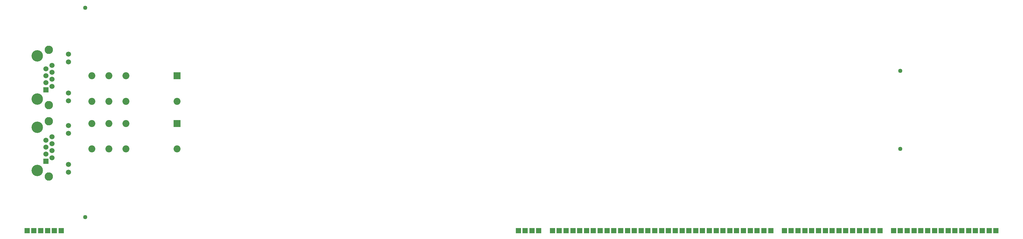
<source format=gbs>
G04*
G04 #@! TF.GenerationSoftware,Altium Limited,Altium Designer,18.1.7 (191)*
G04*
G04 Layer_Color=16711935*
%FSLAX44Y44*%
%MOMM*%
G71*
G01*
G75*
%ADD79R,1.6016X1.6016*%
%ADD80R,2.0516X2.0516*%
%ADD81C,2.0516*%
%ADD82C,1.2536*%
%ADD83R,0.1016X0.1016*%
%ADD84C,1.4996*%
%ADD85C,2.4566*%
%ADD86C,3.3516*%
%ADD87R,1.4996X1.4996*%
D79*
X2970000Y920000D02*
D03*
X2950000D02*
D03*
X3030000D02*
D03*
X2890000Y920000D02*
D03*
X2850000Y920000D02*
D03*
X2870000Y920000D02*
D03*
X2410000Y920000D02*
D03*
X2430000D02*
D03*
X2930000D02*
D03*
X2910000D02*
D03*
X1730000D02*
D03*
X1750000D02*
D03*
X1770000D02*
D03*
X1790000D02*
D03*
X1810000D02*
D03*
X1830000D02*
D03*
X1850000D02*
D03*
X2110000D02*
D03*
X2070000D02*
D03*
X2050000D02*
D03*
X2030000D02*
D03*
X2010000D02*
D03*
X1990000D02*
D03*
X1970000D02*
D03*
X1950000D02*
D03*
X1930000D02*
D03*
X1910000D02*
D03*
X1890000D02*
D03*
X1870000D02*
D03*
X2090000D02*
D03*
X2150000D02*
D03*
X2830000D02*
D03*
X2990000D02*
D03*
X3010000D02*
D03*
X2810000D02*
D03*
X2790000D02*
D03*
X2770000D02*
D03*
X2730000D02*
D03*
X2750000D02*
D03*
X2690000D02*
D03*
X2670000D02*
D03*
X2650000D02*
D03*
X2630000D02*
D03*
X2610000D02*
D03*
X2590000D02*
D03*
X2570000D02*
D03*
X2550000D02*
D03*
X2530000D02*
D03*
X2510000D02*
D03*
X2490000D02*
D03*
X2470000D02*
D03*
X2450000D02*
D03*
X2370000D02*
D03*
X2350000D02*
D03*
X2330000D02*
D03*
X2310000D02*
D03*
X2290000D02*
D03*
X2270000D02*
D03*
X2250000D02*
D03*
X2230000D02*
D03*
X2210000D02*
D03*
X2190000D02*
D03*
X2170000D02*
D03*
X2130000D02*
D03*
X1690000D02*
D03*
X1670000D02*
D03*
X1650000D02*
D03*
X1630000D02*
D03*
X290000D02*
D03*
X270000D02*
D03*
X250000D02*
D03*
X230000D02*
D03*
X210000D02*
D03*
X190000D02*
D03*
D80*
X630000Y1235000D02*
D03*
Y1375000D02*
D03*
D81*
Y1160000D02*
D03*
X430000D02*
D03*
X480000D02*
D03*
X380000D02*
D03*
Y1235000D02*
D03*
X480000D02*
D03*
X430000D02*
D03*
X630000Y1300000D02*
D03*
X430000D02*
D03*
X480000D02*
D03*
X380000D02*
D03*
Y1375000D02*
D03*
X480000D02*
D03*
X430000D02*
D03*
D82*
X2750000Y1160000D02*
D03*
Y1390000D02*
D03*
X360000Y960000D02*
D03*
Y1575000D02*
D03*
D83*
X2710000Y920000D02*
D03*
X1710000D02*
D03*
X2390000D02*
D03*
D84*
X311100Y1114300D02*
D03*
Y1091400D02*
D03*
Y1205700D02*
D03*
Y1228600D02*
D03*
X262800Y1195600D02*
D03*
X245000Y1185400D02*
D03*
X262800Y1175200D02*
D03*
X245000Y1165000D02*
D03*
X262800Y1154800D02*
D03*
X245000Y1144600D02*
D03*
X262800Y1134400D02*
D03*
X311100Y1324300D02*
D03*
Y1301400D02*
D03*
Y1415700D02*
D03*
Y1438600D02*
D03*
X262800Y1405600D02*
D03*
X245000Y1395400D02*
D03*
X262800Y1385200D02*
D03*
X245000Y1375000D02*
D03*
X262800Y1364800D02*
D03*
X245000Y1354600D02*
D03*
X262800Y1344400D02*
D03*
D85*
X253900Y1078700D02*
D03*
Y1241300D02*
D03*
Y1288700D02*
D03*
Y1451300D02*
D03*
D86*
X219600Y1096500D02*
D03*
Y1223500D02*
D03*
Y1306500D02*
D03*
Y1433500D02*
D03*
D87*
X245000Y1124200D02*
D03*
Y1334200D02*
D03*
M02*

</source>
